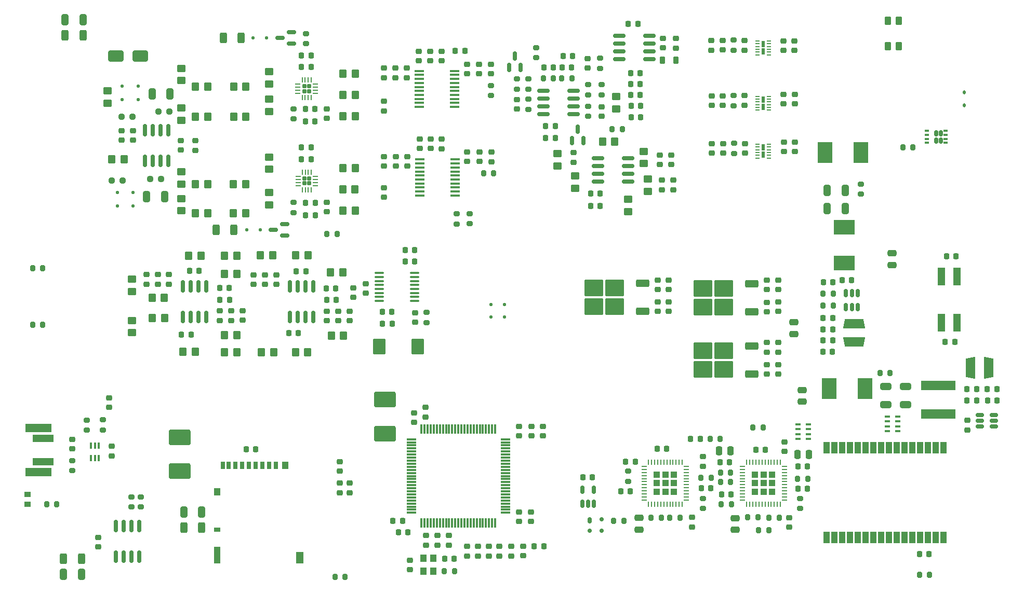
<source format=gtp>
%TF.GenerationSoftware,KiCad,Pcbnew,8.0.8*%
%TF.CreationDate,2025-02-17T12:12:57+01:00*%
%TF.ProjectId,AD DA module,41442044-4120-46d6-9f64-756c652e6b69,rev?*%
%TF.SameCoordinates,Original*%
%TF.FileFunction,Paste,Top*%
%TF.FilePolarity,Positive*%
%FSLAX46Y46*%
G04 Gerber Fmt 4.6, Leading zero omitted, Abs format (unit mm)*
G04 Created by KiCad (PCBNEW 8.0.8) date 2025-02-17 12:12:57*
%MOMM*%
%LPD*%
G01*
G04 APERTURE LIST*
G04 Aperture macros list*
%AMRoundRect*
0 Rectangle with rounded corners*
0 $1 Rounding radius*
0 $2 $3 $4 $5 $6 $7 $8 $9 X,Y pos of 4 corners*
0 Add a 4 corners polygon primitive as box body*
4,1,4,$2,$3,$4,$5,$6,$7,$8,$9,$2,$3,0*
0 Add four circle primitives for the rounded corners*
1,1,$1+$1,$2,$3*
1,1,$1+$1,$4,$5*
1,1,$1+$1,$6,$7*
1,1,$1+$1,$8,$9*
0 Add four rect primitives between the rounded corners*
20,1,$1+$1,$2,$3,$4,$5,0*
20,1,$1+$1,$4,$5,$6,$7,0*
20,1,$1+$1,$6,$7,$8,$9,0*
20,1,$1+$1,$8,$9,$2,$3,0*%
%AMOutline4P*
0 Free polygon, 4 corners , with rotation*
0 The origin of the aperture is its center*
0 number of corners: always 4*
0 $1 to $8 corner X, Y*
0 $9 Rotation angle, in degrees counterclockwise*
0 create outline with 4 corners*
4,1,4,$1,$2,$3,$4,$5,$6,$7,$8,$1,$2,$9*%
G04 Aperture macros list end*
%ADD10RoundRect,0.200000X-0.275000X0.200000X-0.275000X-0.200000X0.275000X-0.200000X0.275000X0.200000X0*%
%ADD11RoundRect,0.225000X0.225000X0.250000X-0.225000X0.250000X-0.225000X-0.250000X0.225000X-0.250000X0*%
%ADD12RoundRect,0.225000X0.250000X-0.225000X0.250000X0.225000X-0.250000X0.225000X-0.250000X-0.225000X0*%
%ADD13RoundRect,0.225000X-0.250000X0.225000X-0.250000X-0.225000X0.250000X-0.225000X0.250000X0.225000X0*%
%ADD14RoundRect,0.250000X0.350000X0.450000X-0.350000X0.450000X-0.350000X-0.450000X0.350000X-0.450000X0*%
%ADD15RoundRect,0.250000X-0.350000X-0.450000X0.350000X-0.450000X0.350000X0.450000X-0.350000X0.450000X0*%
%ADD16R,1.000000X0.900000*%
%ADD17RoundRect,0.200000X0.200000X0.275000X-0.200000X0.275000X-0.200000X-0.275000X0.200000X-0.275000X0*%
%ADD18RoundRect,0.225000X-0.225000X-0.250000X0.225000X-0.250000X0.225000X0.250000X-0.225000X0.250000X0*%
%ADD19R,1.200000X3.000000*%
%ADD20RoundRect,0.100000X-0.675000X-0.100000X0.675000X-0.100000X0.675000X0.100000X-0.675000X0.100000X0*%
%ADD21RoundRect,0.200000X0.275000X-0.200000X0.275000X0.200000X-0.275000X0.200000X-0.275000X-0.200000X0*%
%ADD22RoundRect,0.112500X-0.112500X0.187500X-0.112500X-0.187500X0.112500X-0.187500X0.112500X0.187500X0*%
%ADD23RoundRect,0.150000X0.150000X-0.587500X0.150000X0.587500X-0.150000X0.587500X-0.150000X-0.587500X0*%
%ADD24RoundRect,0.250000X-0.325000X-0.650000X0.325000X-0.650000X0.325000X0.650000X-0.325000X0.650000X0*%
%ADD25RoundRect,0.250000X-0.312500X-0.625000X0.312500X-0.625000X0.312500X0.625000X-0.312500X0.625000X0*%
%ADD26R,2.413000X3.429000*%
%ADD27RoundRect,0.250000X0.300000X-0.300000X0.300000X0.300000X-0.300000X0.300000X-0.300000X-0.300000X0*%
%ADD28RoundRect,0.062500X0.062500X-0.375000X0.062500X0.375000X-0.062500X0.375000X-0.062500X-0.375000X0*%
%ADD29RoundRect,0.062500X0.375000X-0.062500X0.375000X0.062500X-0.375000X0.062500X-0.375000X-0.062500X0*%
%ADD30RoundRect,0.250000X-0.450000X0.350000X-0.450000X-0.350000X0.450000X-0.350000X0.450000X0.350000X0*%
%ADD31RoundRect,0.250000X0.450000X-0.350000X0.450000X0.350000X-0.450000X0.350000X-0.450000X-0.350000X0*%
%ADD32RoundRect,0.172500X-0.172500X-0.172500X0.172500X-0.172500X0.172500X0.172500X-0.172500X0.172500X0*%
%ADD33RoundRect,0.062500X-0.375000X-0.062500X0.375000X-0.062500X0.375000X0.062500X-0.375000X0.062500X0*%
%ADD34RoundRect,0.062500X-0.062500X-0.375000X0.062500X-0.375000X0.062500X0.375000X-0.062500X0.375000X0*%
%ADD35RoundRect,0.200000X-0.200000X-0.275000X0.200000X-0.275000X0.200000X0.275000X-0.200000X0.275000X0*%
%ADD36RoundRect,0.150000X0.825000X0.150000X-0.825000X0.150000X-0.825000X-0.150000X0.825000X-0.150000X0*%
%ADD37RoundRect,0.250000X-0.475000X0.250000X-0.475000X-0.250000X0.475000X-0.250000X0.475000X0.250000X0*%
%ADD38RoundRect,0.218750X-0.218750X-0.256250X0.218750X-0.256250X0.218750X0.256250X-0.218750X0.256250X0*%
%ADD39RoundRect,0.150000X-0.150000X0.825000X-0.150000X-0.825000X0.150000X-0.825000X0.150000X0.825000X0*%
%ADD40Outline4P,-1.500000X-0.725000X1.500000X-0.725000X1.800000X0.725000X-1.800000X0.725000X90.000000*%
%ADD41Outline4P,-1.800000X-0.725000X1.800000X-0.725000X1.500000X0.725000X-1.500000X0.725000X90.000000*%
%ADD42RoundRect,0.218750X0.256250X-0.218750X0.256250X0.218750X-0.256250X0.218750X-0.256250X-0.218750X0*%
%ADD43RoundRect,0.237500X0.250000X0.237500X-0.250000X0.237500X-0.250000X-0.237500X0.250000X-0.237500X0*%
%ADD44RoundRect,0.100000X-0.637500X-0.100000X0.637500X-0.100000X0.637500X0.100000X-0.637500X0.100000X0*%
%ADD45RoundRect,0.250000X0.250000X0.475000X-0.250000X0.475000X-0.250000X-0.475000X0.250000X-0.475000X0*%
%ADD46RoundRect,0.250000X0.325000X0.650000X-0.325000X0.650000X-0.325000X-0.650000X0.325000X-0.650000X0*%
%ADD47RoundRect,0.249999X1.500001X-1.025001X1.500001X1.025001X-1.500001X1.025001X-1.500001X-1.025001X0*%
%ADD48R,0.500000X1.000000*%
%ADD49R,0.700000X0.250000*%
%ADD50RoundRect,0.250000X-0.250000X-0.475000X0.250000X-0.475000X0.250000X0.475000X-0.250000X0.475000X0*%
%ADD51RoundRect,0.125000X0.125000X-0.125000X0.125000X0.125000X-0.125000X0.125000X-0.125000X-0.125000X0*%
%ADD52R,5.700000X1.600000*%
%ADD53RoundRect,0.175000X-0.175000X-0.325000X0.175000X-0.325000X0.175000X0.325000X-0.175000X0.325000X0*%
%ADD54RoundRect,0.150000X-0.200000X-0.150000X0.200000X-0.150000X0.200000X0.150000X-0.200000X0.150000X0*%
%ADD55R,1.100000X1.300000*%
%ADD56R,0.700000X1.200000*%
%ADD57R,1.000000X0.800000*%
%ADD58R,1.000000X1.200000*%
%ADD59R,1.000000X2.800000*%
%ADD60R,1.300000X1.900000*%
%ADD61R,1.066800X1.879600*%
%ADD62RoundRect,0.218750X0.218750X0.256250X-0.218750X0.256250X-0.218750X-0.256250X0.218750X-0.256250X0*%
%ADD63RoundRect,0.125000X-0.125000X0.125000X-0.125000X-0.125000X0.125000X-0.125000X0.125000X0.125000X0*%
%ADD64RoundRect,0.218750X0.218750X0.381250X-0.218750X0.381250X-0.218750X-0.381250X0.218750X-0.381250X0*%
%ADD65RoundRect,0.125000X-0.125000X-0.125000X0.125000X-0.125000X0.125000X0.125000X-0.125000X0.125000X0*%
%ADD66RoundRect,0.250000X0.312500X0.625000X-0.312500X0.625000X-0.312500X-0.625000X0.312500X-0.625000X0*%
%ADD67RoundRect,0.150000X0.150000X-0.825000X0.150000X0.825000X-0.150000X0.825000X-0.150000X-0.825000X0*%
%ADD68R,3.429000X2.413000*%
%ADD69RoundRect,0.150000X0.587500X0.150000X-0.587500X0.150000X-0.587500X-0.150000X0.587500X-0.150000X0*%
%ADD70R,0.900000X0.400000*%
%ADD71RoundRect,0.150000X0.150000X-0.512500X0.150000X0.512500X-0.150000X0.512500X-0.150000X-0.512500X0*%
%ADD72R,0.400000X1.000000*%
%ADD73RoundRect,0.250000X0.850000X0.350000X-0.850000X0.350000X-0.850000X-0.350000X0.850000X-0.350000X0*%
%ADD74RoundRect,0.250000X1.275000X1.125000X-1.275000X1.125000X-1.275000X-1.125000X1.275000X-1.125000X0*%
%ADD75RoundRect,0.250000X0.262500X0.450000X-0.262500X0.450000X-0.262500X-0.450000X0.262500X-0.450000X0*%
%ADD76RoundRect,0.250000X-0.650000X0.325000X-0.650000X-0.325000X0.650000X-0.325000X0.650000X0.325000X0*%
%ADD77RoundRect,0.150000X-0.150000X-0.350000X0.150000X-0.350000X0.150000X0.350000X-0.150000X0.350000X0*%
%ADD78RoundRect,0.105000X-0.245000X-0.105000X0.245000X-0.105000X0.245000X0.105000X-0.245000X0.105000X0*%
%ADD79R,3.400000X1.250000*%
%ADD80R,4.300000X1.450000*%
%ADD81RoundRect,0.250000X0.787500X1.025000X-0.787500X1.025000X-0.787500X-1.025000X0.787500X-1.025000X0*%
%ADD82RoundRect,0.250000X1.000000X0.650000X-1.000000X0.650000X-1.000000X-0.650000X1.000000X-0.650000X0*%
%ADD83Outline4P,-1.500000X-0.725000X1.500000X-0.725000X1.800000X0.725000X-1.800000X0.725000X180.000000*%
%ADD84Outline4P,-1.800000X-0.725000X1.800000X-0.725000X1.500000X0.725000X-1.500000X0.725000X180.000000*%
%ADD85RoundRect,0.150000X0.512500X0.150000X-0.512500X0.150000X-0.512500X-0.150000X0.512500X-0.150000X0*%
%ADD86RoundRect,0.075000X0.075000X-0.725000X0.075000X0.725000X-0.075000X0.725000X-0.075000X-0.725000X0*%
%ADD87RoundRect,0.075000X0.725000X-0.075000X0.725000X0.075000X-0.725000X0.075000X-0.725000X-0.075000X0*%
G04 APERTURE END LIST*
D10*
X95250000Y-15345000D03*
X95250000Y-16995000D03*
D11*
X132895000Y-58940000D03*
X131345000Y-58940000D03*
D12*
X111760000Y-77610000D03*
X111760000Y-76060000D03*
D11*
X28360000Y-56125000D03*
X26810000Y-56125000D03*
D13*
X82460000Y-90685000D03*
X82460000Y-92235000D03*
D11*
X61115000Y-54340000D03*
X59565000Y-54340000D03*
D14*
X55130000Y-35910000D03*
X53130000Y-35910000D03*
D15*
X53100000Y-28910000D03*
X55100000Y-28910000D03*
D11*
X159665000Y-65050000D03*
X158115000Y-65050000D03*
D12*
X65610000Y-25735000D03*
X65610000Y-24185000D03*
D15*
X29060000Y-20550000D03*
X31060000Y-20550000D03*
D11*
X111335000Y-73150000D03*
X109785000Y-73150000D03*
X62805000Y-86560000D03*
X61255000Y-86560000D03*
D16*
X1700000Y-82200000D03*
X1700000Y-83800000D03*
D11*
X101165000Y-5410000D03*
X99615000Y-5410000D03*
D12*
X40405000Y-47910000D03*
X40405000Y-46360000D03*
X104395000Y-52357500D03*
X104395000Y-50807500D03*
D15*
X22005000Y-50135000D03*
X24005000Y-50135000D03*
D13*
X54810000Y-48485000D03*
X54810000Y-50035000D03*
D12*
X124060000Y-62555000D03*
X124060000Y-61005000D03*
D14*
X41835000Y-58975000D03*
X39835000Y-58975000D03*
D12*
X18865000Y-24370000D03*
X18865000Y-22820000D03*
D11*
X132905000Y-57080000D03*
X131355000Y-57080000D03*
D17*
X114575000Y-73160000D03*
X112925000Y-73160000D03*
D14*
X53210000Y-56310000D03*
X51210000Y-56310000D03*
D15*
X53080000Y-32410000D03*
X55080000Y-32410000D03*
D18*
X111493000Y-81153000D03*
X113043000Y-81153000D03*
D19*
X153180000Y-46660000D03*
X150680000Y-46660000D03*
X150680000Y-54160000D03*
X153180000Y-54160000D03*
D20*
X65540000Y-13100000D03*
X65540000Y-13750000D03*
X65540000Y-14400000D03*
X65540000Y-15050000D03*
X65540000Y-15700000D03*
X65540000Y-16350000D03*
X65540000Y-17000000D03*
X65540000Y-17650000D03*
X65540000Y-18300000D03*
X65540000Y-18950000D03*
X71290000Y-18950000D03*
X71290000Y-18300000D03*
X71290000Y-17650000D03*
X71290000Y-17000000D03*
X71290000Y-16350000D03*
X71290000Y-15700000D03*
X71290000Y-15050000D03*
X71290000Y-14400000D03*
X71290000Y-13750000D03*
X71290000Y-13100000D03*
D21*
X45060000Y-36205000D03*
X45060000Y-34555000D03*
D17*
X4195000Y-45260000D03*
X2545000Y-45260000D03*
D15*
X22025000Y-53385000D03*
X24025000Y-53385000D03*
D18*
X93495000Y-35090000D03*
X95045000Y-35090000D03*
D13*
X77220000Y-12025000D03*
X77220000Y-13575000D03*
D12*
X124990000Y-26235000D03*
X124990000Y-24685000D03*
D18*
X127241000Y-81280000D03*
X128791000Y-81280000D03*
D22*
X154340000Y-16580000D03*
X154340000Y-18680000D03*
D23*
X80200000Y-12547500D03*
X82100000Y-12547500D03*
X81150000Y-10672500D03*
D12*
X90720000Y-27975000D03*
X90720000Y-26425000D03*
D18*
X93495000Y-33100000D03*
X95045000Y-33100000D03*
D24*
X22000000Y-16850000D03*
X24950000Y-16850000D03*
X7796000Y-4699000D03*
X10746000Y-4699000D03*
D18*
X100015000Y-17010000D03*
X101565000Y-17010000D03*
D14*
X35825000Y-43255000D03*
X33825000Y-43255000D03*
D13*
X68540000Y-88925000D03*
X68540000Y-90475000D03*
X59830000Y-27082500D03*
X59830000Y-28632500D03*
D25*
X7808500Y-7239000D03*
X10733500Y-7239000D03*
D12*
X52325000Y-53830000D03*
X52325000Y-52280000D03*
D13*
X118565000Y-17135000D03*
X118565000Y-18685000D03*
D26*
X132368000Y-64910000D03*
X138210000Y-64910000D03*
D27*
X104285500Y-81749000D03*
X105655500Y-81749000D03*
X107025500Y-81749000D03*
X104285500Y-80379000D03*
X105655500Y-80379000D03*
X107025500Y-80379000D03*
X104285500Y-79009000D03*
X105655500Y-79009000D03*
X107025500Y-79009000D03*
D28*
X102905500Y-83816500D03*
X103405500Y-83816500D03*
X103905500Y-83816500D03*
X104405500Y-83816500D03*
X104905500Y-83816500D03*
X105405500Y-83816500D03*
X105905500Y-83816500D03*
X106405500Y-83816500D03*
X106905500Y-83816500D03*
X107405500Y-83816500D03*
X107905500Y-83816500D03*
X108405500Y-83816500D03*
D29*
X109093000Y-83129000D03*
X109093000Y-82629000D03*
X109093000Y-82129000D03*
X109093000Y-81629000D03*
X109093000Y-81129000D03*
X109093000Y-80629000D03*
X109093000Y-80129000D03*
X109093000Y-79629000D03*
X109093000Y-79129000D03*
X109093000Y-78629000D03*
X109093000Y-78129000D03*
X109093000Y-77629000D03*
D28*
X108405500Y-76941500D03*
X107905500Y-76941500D03*
X107405500Y-76941500D03*
X106905500Y-76941500D03*
X106405500Y-76941500D03*
X105905500Y-76941500D03*
X105405500Y-76941500D03*
X104905500Y-76941500D03*
X104405500Y-76941500D03*
X103905500Y-76941500D03*
X103405500Y-76941500D03*
X102905500Y-76941500D03*
D29*
X102218000Y-77629000D03*
X102218000Y-78129000D03*
X102218000Y-78629000D03*
X102218000Y-79129000D03*
X102218000Y-79629000D03*
X102218000Y-80129000D03*
X102218000Y-80629000D03*
X102218000Y-81129000D03*
X102218000Y-81629000D03*
X102218000Y-82129000D03*
X102218000Y-82629000D03*
X102218000Y-83129000D03*
D18*
X154825000Y-66900000D03*
X156375000Y-66900000D03*
D12*
X9030000Y-74755000D03*
X9030000Y-73205000D03*
D11*
X148603000Y-91948000D03*
X147053000Y-91948000D03*
D17*
X124205000Y-85990000D03*
X122555000Y-85990000D03*
D13*
X85680000Y-71085000D03*
X85680000Y-72635000D03*
X77320000Y-26365000D03*
X77320000Y-27915000D03*
D12*
X24775000Y-47890000D03*
X24775000Y-46340000D03*
D30*
X102150000Y-26200000D03*
X102150000Y-28200000D03*
D17*
X122491000Y-88011000D03*
X120841000Y-88011000D03*
D12*
X124905000Y-9735000D03*
X124905000Y-8185000D03*
D13*
X109982000Y-85966000D03*
X109982000Y-87516000D03*
X122230000Y-61025000D03*
X122230000Y-62575000D03*
D12*
X104740000Y-28355000D03*
X104740000Y-26805000D03*
D31*
X41080000Y-19710000D03*
X41080000Y-17710000D03*
D14*
X47395000Y-43155000D03*
X45395000Y-43155000D03*
D32*
X46822500Y-30640000D03*
X46822500Y-31440000D03*
X47622500Y-30640000D03*
X47622500Y-31440000D03*
D33*
X45785000Y-30290000D03*
X45785000Y-30790000D03*
X45785000Y-31290000D03*
X45785000Y-31790000D03*
D34*
X46472500Y-32477500D03*
X46972500Y-32477500D03*
X47472500Y-32477500D03*
X47972500Y-32477500D03*
D33*
X48660000Y-31790000D03*
X48660000Y-31290000D03*
X48660000Y-30790000D03*
X48660000Y-30290000D03*
D34*
X47972500Y-29602500D03*
X47472500Y-29602500D03*
X46972500Y-29602500D03*
X46472500Y-29602500D03*
D35*
X111443000Y-79502000D03*
X113093000Y-79502000D03*
D15*
X53125000Y-17010000D03*
X55125000Y-17010000D03*
D17*
X108013000Y-85979000D03*
X106363000Y-85979000D03*
D36*
X103080000Y-11180000D03*
X103080000Y-9910000D03*
X103080000Y-8640000D03*
X103080000Y-7370000D03*
X98130000Y-7370000D03*
X98130000Y-8640000D03*
X98130000Y-9910000D03*
X98130000Y-11180000D03*
D11*
X100755000Y-76870000D03*
X99205000Y-76870000D03*
D13*
X122210000Y-47245000D03*
X122210000Y-48795000D03*
D36*
X90695000Y-20150000D03*
X90695000Y-18880000D03*
X90695000Y-17610000D03*
X90695000Y-16340000D03*
X85745000Y-16340000D03*
X85745000Y-17610000D03*
X85745000Y-18880000D03*
X85745000Y-20150000D03*
D37*
X117070000Y-86080000D03*
X117070000Y-87980000D03*
D15*
X35290000Y-15640000D03*
X37290000Y-15640000D03*
D38*
X84282500Y-90650000D03*
X85857500Y-90650000D03*
D23*
X90420000Y-24487500D03*
X92320000Y-24487500D03*
X91370000Y-22612500D03*
D30*
X90990000Y-30260000D03*
X90990000Y-32260000D03*
X99590000Y-34040000D03*
X99590000Y-36040000D03*
D14*
X55125000Y-20510000D03*
X53125000Y-20510000D03*
D20*
X65610000Y-27550000D03*
X65610000Y-28200000D03*
X65610000Y-28850000D03*
X65610000Y-29500000D03*
X65610000Y-30150000D03*
X65610000Y-30800000D03*
X65610000Y-31450000D03*
X65610000Y-32100000D03*
X65610000Y-32750000D03*
X65610000Y-33400000D03*
X71360000Y-33400000D03*
X71360000Y-32750000D03*
X71360000Y-32100000D03*
X71360000Y-31450000D03*
X71360000Y-30800000D03*
X71360000Y-30150000D03*
X71360000Y-29500000D03*
X71360000Y-28850000D03*
X71360000Y-28200000D03*
X71360000Y-27550000D03*
D13*
X13270000Y-89205000D03*
X13270000Y-90755000D03*
D39*
X24695000Y-22805000D03*
X23425000Y-22805000D03*
X22155000Y-22805000D03*
X20885000Y-22805000D03*
X20885000Y-27755000D03*
X22155000Y-27755000D03*
X23425000Y-27755000D03*
X24695000Y-27755000D03*
D40*
X158305000Y-61560000D03*
D41*
X155355000Y-61560000D03*
D42*
X15030000Y-68007500D03*
X15030000Y-66432500D03*
D10*
X99630000Y-78435000D03*
X99630000Y-80085000D03*
D18*
X46970000Y-21320000D03*
X48520000Y-21320000D03*
D12*
X69210000Y-25775000D03*
X69210000Y-24225000D03*
D13*
X26680000Y-24435000D03*
X26680000Y-25985000D03*
D25*
X27177500Y-87640000D03*
X30102500Y-87640000D03*
D43*
X17212500Y-31020000D03*
X15387500Y-31020000D03*
D12*
X124050000Y-52355000D03*
X124050000Y-50805000D03*
D10*
X137560000Y-31555000D03*
X137560000Y-33205000D03*
D11*
X47910000Y-12440000D03*
X46360000Y-12440000D03*
D13*
X126730000Y-16885000D03*
X126730000Y-18435000D03*
D30*
X26750000Y-12660000D03*
X26750000Y-14660000D03*
D14*
X29960000Y-43250000D03*
X27960000Y-43250000D03*
D44*
X59035000Y-46065000D03*
X59035000Y-46715000D03*
X59035000Y-47365000D03*
X59035000Y-48015000D03*
X59035000Y-48665000D03*
X59035000Y-49315000D03*
X59035000Y-49965000D03*
X59035000Y-50615000D03*
X64760000Y-50615000D03*
X64760000Y-49965000D03*
X64760000Y-49315000D03*
X64760000Y-48665000D03*
X64760000Y-48015000D03*
X64760000Y-47365000D03*
X64760000Y-46715000D03*
X64760000Y-46065000D03*
D10*
X93030000Y-15325000D03*
X93030000Y-16975000D03*
D45*
X116266000Y-75057000D03*
X114366000Y-75057000D03*
D21*
X45055000Y-20925000D03*
X45055000Y-19275000D03*
D46*
X134955000Y-32620000D03*
X132005000Y-32620000D03*
D12*
X54165000Y-53830000D03*
X54165000Y-52280000D03*
D15*
X29070000Y-36340000D03*
X31070000Y-36340000D03*
D12*
X61710000Y-28632500D03*
X61710000Y-27082500D03*
D11*
X47070000Y-45815000D03*
X45520000Y-45815000D03*
D13*
X113150000Y-8140000D03*
X113150000Y-9690000D03*
D12*
X113240000Y-26525000D03*
X113240000Y-24975000D03*
D47*
X26500000Y-78425000D03*
X26500000Y-72875000D03*
D13*
X118610000Y-24965000D03*
X118610000Y-26515000D03*
X59820000Y-12632500D03*
X59820000Y-14182500D03*
X64895000Y-52540000D03*
X64895000Y-54090000D03*
D48*
X121625000Y-9925000D03*
X121625000Y-8725000D03*
D49*
X122550000Y-10450000D03*
X122550000Y-10000000D03*
X122550000Y-9550000D03*
X122550000Y-9100000D03*
X122550000Y-8650000D03*
X122550000Y-8200000D03*
X120700000Y-8200000D03*
X120700000Y-8650000D03*
X120700000Y-9100000D03*
X120700000Y-9550000D03*
X120700000Y-10000000D03*
X120700000Y-10450000D03*
D15*
X35270000Y-36340000D03*
X37270000Y-36340000D03*
D12*
X124040000Y-48785000D03*
X124040000Y-47235000D03*
D11*
X132925000Y-53400000D03*
X131375000Y-53400000D03*
D37*
X127930000Y-65160000D03*
X127930000Y-67060000D03*
D24*
X7542000Y-95250000D03*
X10492000Y-95250000D03*
D12*
X124930000Y-18435000D03*
X124930000Y-16885000D03*
D50*
X127193000Y-75692000D03*
X129093000Y-75692000D03*
D35*
X69655000Y-94760000D03*
X71305000Y-94760000D03*
D18*
X131435000Y-47540000D03*
X132985000Y-47540000D03*
D30*
X102800000Y-30760000D03*
X102800000Y-32760000D03*
D13*
X50455000Y-19275000D03*
X50455000Y-20825000D03*
D10*
X95040000Y-11025000D03*
X95040000Y-12675000D03*
D12*
X81780000Y-72635000D03*
X81780000Y-71085000D03*
D11*
X51990000Y-50435000D03*
X50440000Y-50435000D03*
D51*
X17140000Y-17787500D03*
X17140000Y-15587500D03*
D12*
X114967500Y-9685000D03*
X114967500Y-8135000D03*
D13*
X78600000Y-90695000D03*
X78600000Y-92245000D03*
D17*
X146025000Y-25570000D03*
X144375000Y-25570000D03*
D11*
X38875000Y-74803000D03*
X37325000Y-74803000D03*
D52*
X150130000Y-64420000D03*
X150130000Y-69120000D03*
D12*
X69200000Y-11412500D03*
X69200000Y-9862500D03*
D13*
X73320000Y-11985000D03*
X73320000Y-13535000D03*
D53*
X93300000Y-86430000D03*
D54*
X93300000Y-88130000D03*
X95300000Y-88130000D03*
X95300000Y-86230000D03*
D55*
X66212500Y-92610000D03*
X66212500Y-94710000D03*
X67862500Y-94710000D03*
X67862500Y-92610000D03*
D12*
X36775000Y-53790000D03*
X36775000Y-52240000D03*
X106930000Y-32485000D03*
X106930000Y-30935000D03*
D13*
X105050000Y-30935000D03*
X105050000Y-32485000D03*
D35*
X119945000Y-71250000D03*
X121595000Y-71250000D03*
D12*
X42235000Y-47910000D03*
X42235000Y-46360000D03*
D11*
X101615000Y-20670000D03*
X100065000Y-20670000D03*
D12*
X38565000Y-47910000D03*
X38565000Y-46360000D03*
X106205000Y-48767500D03*
X106205000Y-47217500D03*
D10*
X93030000Y-18835000D03*
X93030000Y-20485000D03*
D56*
X42195000Y-77470000D03*
X41095000Y-77470000D03*
X39995000Y-77470000D03*
X38895000Y-77470000D03*
X37795000Y-77470000D03*
X36695000Y-77470000D03*
X35595000Y-77470000D03*
X34495000Y-77470000D03*
X33545000Y-77470000D03*
D57*
X32595000Y-87970000D03*
D58*
X32595000Y-81770000D03*
D59*
X32595000Y-92120000D03*
D58*
X43745000Y-77470000D03*
D60*
X46095000Y-92570000D03*
D17*
X4195000Y-54550000D03*
X2545000Y-54550000D03*
D11*
X87705000Y-22090000D03*
X86155000Y-22090000D03*
X90515000Y-10640000D03*
X88965000Y-10640000D03*
D12*
X115070000Y-26515000D03*
X115070000Y-24965000D03*
D31*
X41080000Y-15224000D03*
X41080000Y-13224000D03*
D37*
X142640000Y-42860000D03*
X142640000Y-44760000D03*
D15*
X35310000Y-20570000D03*
X37310000Y-20570000D03*
D12*
X59820000Y-19605000D03*
X59820000Y-18055000D03*
D48*
X121635000Y-26775000D03*
X121635000Y-25575000D03*
D49*
X122560000Y-27300000D03*
X122560000Y-26850000D03*
X122560000Y-26400000D03*
X122560000Y-25950000D03*
X122560000Y-25500000D03*
X122560000Y-25050000D03*
X120710000Y-25050000D03*
X120710000Y-25500000D03*
X120710000Y-25950000D03*
X120710000Y-26400000D03*
X120710000Y-26850000D03*
X120710000Y-27300000D03*
D61*
X151003000Y-74549000D03*
X149733000Y-74549000D03*
X148463000Y-74549000D03*
X147193000Y-74549000D03*
X145923000Y-74549000D03*
X144653000Y-74549000D03*
X143383000Y-74549000D03*
X142113000Y-74549000D03*
X140843000Y-74549000D03*
X139573000Y-74549000D03*
X138303000Y-74549000D03*
X137033000Y-74549000D03*
X135763000Y-74549000D03*
X134493000Y-74549000D03*
X133223000Y-74549000D03*
X131953000Y-74549000D03*
X131953000Y-89189052D03*
X133223000Y-89189052D03*
X134493000Y-89189052D03*
X135763000Y-89189052D03*
X137033000Y-89189052D03*
X138303000Y-89189052D03*
X139573000Y-89189052D03*
X140843000Y-89189052D03*
X142113000Y-89189052D03*
X143383000Y-89189052D03*
X144653000Y-89189052D03*
X145923000Y-89189052D03*
X147193000Y-89189052D03*
X148463000Y-89189052D03*
X149733000Y-89189052D03*
X151003000Y-89189052D03*
D13*
X75380000Y-26335000D03*
X75380000Y-27885000D03*
D37*
X126570000Y-54120000D03*
X126570000Y-56020000D03*
D14*
X35795000Y-58965000D03*
X33795000Y-58965000D03*
D35*
X50505000Y-39710000D03*
X52155000Y-39710000D03*
D26*
X131639000Y-26430000D03*
X137481000Y-26430000D03*
D62*
X72977500Y-9850000D03*
X71402500Y-9850000D03*
D18*
X99995000Y-13460000D03*
X101545000Y-13460000D03*
D13*
X50490000Y-34545000D03*
X50490000Y-36095000D03*
D63*
X19730000Y-15610000D03*
X19730000Y-17810000D03*
D11*
X48530000Y-19320000D03*
X46980000Y-19320000D03*
D18*
X100005000Y-15245000D03*
X101555000Y-15245000D03*
D12*
X81470000Y-19325000D03*
X81470000Y-17775000D03*
D11*
X152810000Y-57320000D03*
X151260000Y-57320000D03*
D64*
X107342500Y-11300000D03*
X105217500Y-11300000D03*
D13*
X66610000Y-68005000D03*
X66610000Y-69555000D03*
D12*
X65470000Y-11412500D03*
X65470000Y-9862500D03*
D11*
X136035000Y-47250000D03*
X134485000Y-47250000D03*
D65*
X77259000Y-51181000D03*
X79459000Y-51181000D03*
D15*
X35280000Y-31580000D03*
X37280000Y-31580000D03*
D12*
X105220000Y-9335000D03*
X105220000Y-7785000D03*
X107350000Y-9355000D03*
X107350000Y-7805000D03*
D13*
X126767500Y-24695000D03*
X126767500Y-26245000D03*
D17*
X87395000Y-14320000D03*
X85745000Y-14320000D03*
D66*
X35342500Y-39010000D03*
X32417500Y-39010000D03*
D67*
X44475000Y-53240000D03*
X45745000Y-53240000D03*
X47015000Y-53240000D03*
X48285000Y-53240000D03*
X48285000Y-48290000D03*
X47015000Y-48290000D03*
X45745000Y-48290000D03*
X44475000Y-48290000D03*
D11*
X121933000Y-74930000D03*
X120383000Y-74930000D03*
D68*
X134830000Y-38559000D03*
X134830000Y-44401000D03*
D51*
X18870000Y-35117500D03*
X18870000Y-32917500D03*
D13*
X125040000Y-73645000D03*
X125040000Y-75195000D03*
D48*
X121632500Y-18952500D03*
X121632500Y-17752500D03*
D49*
X122557500Y-19477500D03*
X122557500Y-19027500D03*
X122557500Y-18577500D03*
X122557500Y-18127500D03*
X122557500Y-17677500D03*
X122557500Y-17227500D03*
X120707500Y-17227500D03*
X120707500Y-17677500D03*
X120707500Y-18127500D03*
X120707500Y-18577500D03*
X120707500Y-19027500D03*
X120707500Y-19477500D03*
D12*
X92990000Y-12625000D03*
X92990000Y-11075000D03*
X61650000Y-14182500D03*
X61650000Y-12632500D03*
D69*
X43617500Y-39960000D03*
X43617500Y-38060000D03*
X41742500Y-39010000D03*
D70*
X128960000Y-73160000D03*
X128960000Y-72360000D03*
X128960000Y-71560000D03*
X128960000Y-70760000D03*
X127260000Y-70760000D03*
X127260000Y-71560000D03*
X127260000Y-72360000D03*
X127260000Y-73160000D03*
D10*
X73730000Y-36395000D03*
X73730000Y-38045000D03*
D12*
X63520000Y-14182500D03*
X63520000Y-12632500D03*
D17*
X116268000Y-80137000D03*
X114618000Y-80137000D03*
D12*
X76860000Y-92245000D03*
X76860000Y-90695000D03*
X22945000Y-47890000D03*
X22945000Y-46340000D03*
D13*
X118547500Y-8145000D03*
X118547500Y-9695000D03*
D18*
X47045000Y-36690000D03*
X48595000Y-36690000D03*
D13*
X56860000Y-47815000D03*
X56860000Y-49365000D03*
D35*
X140615000Y-62360000D03*
X142265000Y-62360000D03*
D12*
X80540000Y-92245000D03*
X80540000Y-90695000D03*
D10*
X18680000Y-82615000D03*
X18680000Y-84265000D03*
X71690000Y-36405000D03*
X71690000Y-38055000D03*
D14*
X29020000Y-58920000D03*
X27020000Y-58920000D03*
D18*
X154825000Y-65050000D03*
X156375000Y-65050000D03*
D11*
X29640000Y-45735000D03*
X28090000Y-45735000D03*
D71*
X92120000Y-83747500D03*
X93070000Y-83747500D03*
X94020000Y-83747500D03*
X94020000Y-81472500D03*
X92120000Y-81472500D03*
D18*
X63270000Y-42325000D03*
X64820000Y-42325000D03*
D12*
X64730000Y-70455000D03*
X64730000Y-68905000D03*
X124050000Y-58985000D03*
X124050000Y-57435000D03*
D13*
X17035000Y-22815000D03*
X17035000Y-24365000D03*
D11*
X63705000Y-88360000D03*
X62155000Y-88360000D03*
D12*
X73330000Y-92245000D03*
X73330000Y-90695000D03*
D10*
X83310000Y-17725000D03*
X83310000Y-19375000D03*
D35*
X147055000Y-95360000D03*
X148705000Y-95360000D03*
D17*
X53485000Y-95630000D03*
X51835000Y-95630000D03*
D18*
X46350000Y-10590000D03*
X47900000Y-10590000D03*
D36*
X99595000Y-31180000D03*
X99595000Y-29910000D03*
X99595000Y-28640000D03*
X99595000Y-27370000D03*
X94645000Y-27370000D03*
X94645000Y-28640000D03*
X94645000Y-29910000D03*
X94645000Y-31180000D03*
D13*
X70410000Y-88915000D03*
X70410000Y-90465000D03*
D15*
X53125000Y-13510000D03*
X55125000Y-13510000D03*
D14*
X53110000Y-45940000D03*
X51110000Y-45940000D03*
D11*
X34630000Y-50415000D03*
X33080000Y-50415000D03*
D72*
X12040000Y-76280000D03*
X12690000Y-76280000D03*
X13340000Y-76280000D03*
X13340000Y-74280000D03*
X12690000Y-74280000D03*
X12040000Y-74280000D03*
D21*
X11400000Y-71725000D03*
X11400000Y-70075000D03*
D71*
X135100000Y-51642500D03*
X136050000Y-51642500D03*
X137000000Y-51642500D03*
X137000000Y-49367500D03*
X136050000Y-49367500D03*
X135100000Y-49367500D03*
D11*
X48585000Y-34600000D03*
X47035000Y-34600000D03*
X47900000Y-27470000D03*
X46350000Y-27470000D03*
D21*
X9030000Y-78330000D03*
X9030000Y-76680000D03*
D73*
X119770000Y-52367500D03*
D74*
X115145000Y-51612500D03*
X115145000Y-48562500D03*
X111795000Y-51612500D03*
X111795000Y-48562500D03*
D73*
X119770000Y-47807500D03*
X101990000Y-52337500D03*
D74*
X97365000Y-51582500D03*
X97365000Y-48532500D03*
X94015000Y-51582500D03*
X94015000Y-48532500D03*
D73*
X101990000Y-47777500D03*
D30*
X18725000Y-47075000D03*
X18725000Y-49075000D03*
D12*
X83830000Y-72635000D03*
X83830000Y-71085000D03*
X67390000Y-25755000D03*
X67390000Y-24205000D03*
D11*
X116358000Y-82169000D03*
X114808000Y-82169000D03*
D21*
X77220000Y-17105000D03*
X77220000Y-15455000D03*
D12*
X113222500Y-18732500D03*
X113222500Y-17182500D03*
D18*
X88835000Y-12530000D03*
X90385000Y-12530000D03*
D13*
X106650000Y-26835000D03*
X106650000Y-28385000D03*
D10*
X116900000Y-24915000D03*
X116900000Y-26565000D03*
D14*
X47375000Y-58975000D03*
X45375000Y-58975000D03*
D11*
X116091000Y-76962000D03*
X114541000Y-76962000D03*
D12*
X52559000Y-81925000D03*
X52559000Y-80375000D03*
D75*
X143722500Y-4920000D03*
X141897500Y-4920000D03*
D11*
X71255000Y-92690000D03*
X69705000Y-92690000D03*
D13*
X73330000Y-26335000D03*
X73330000Y-27885000D03*
D35*
X127191000Y-79629000D03*
X128841000Y-79629000D03*
D13*
X64027500Y-92915000D03*
X64027500Y-94465000D03*
D17*
X98635000Y-22570000D03*
X96985000Y-22570000D03*
D75*
X143712500Y-9010000D03*
X141887500Y-9010000D03*
D35*
X131375000Y-49450000D03*
X133025000Y-49450000D03*
D11*
X132905000Y-55240000D03*
X131355000Y-55240000D03*
D12*
X54210000Y-81925000D03*
X54210000Y-80375000D03*
X21105000Y-47880000D03*
X21105000Y-46330000D03*
D10*
X116765000Y-8075000D03*
X116765000Y-9725000D03*
D17*
X98905000Y-86560000D03*
X97255000Y-86560000D03*
D11*
X51960000Y-48555000D03*
X50410000Y-48555000D03*
D15*
X29060000Y-15680000D03*
X31060000Y-15680000D03*
D14*
X35795000Y-56175000D03*
X33795000Y-56175000D03*
D25*
X7554500Y-92710000D03*
X10479500Y-92710000D03*
D67*
X27030000Y-53220000D03*
X28300000Y-53220000D03*
X29570000Y-53220000D03*
X30840000Y-53220000D03*
X30840000Y-48270000D03*
X29570000Y-48270000D03*
X28300000Y-48270000D03*
X27030000Y-48270000D03*
D76*
X141560000Y-64565000D03*
X141560000Y-67515000D03*
D13*
X122230000Y-50835000D03*
X122230000Y-52385000D03*
D37*
X101346000Y-86045000D03*
X101346000Y-87945000D03*
D13*
X15430000Y-74365000D03*
X15430000Y-75915000D03*
D10*
X83310000Y-14405000D03*
X83310000Y-16055000D03*
D24*
X21110000Y-33580000D03*
X24060000Y-33580000D03*
D12*
X34935000Y-53800000D03*
X34935000Y-52250000D03*
D13*
X106205000Y-50797500D03*
X106205000Y-52347500D03*
D11*
X93745000Y-79400000D03*
X92195000Y-79400000D03*
D21*
X14030000Y-71685000D03*
X14030000Y-70035000D03*
D65*
X37480000Y-39010000D03*
X39680000Y-39010000D03*
D30*
X88070000Y-26590000D03*
X88070000Y-28590000D03*
D10*
X111760000Y-82868000D03*
X111760000Y-84518000D03*
D11*
X61095000Y-52380000D03*
X59545000Y-52380000D03*
D63*
X16380000Y-32940000D03*
X16380000Y-35140000D03*
D17*
X77685000Y-29820000D03*
X76035000Y-29820000D03*
D13*
X104415000Y-47217500D03*
X104415000Y-48767500D03*
D30*
X26760000Y-33930000D03*
X26760000Y-35930000D03*
D43*
X23497500Y-30750000D03*
X21672500Y-30750000D03*
D17*
X120725000Y-85970000D03*
X119075000Y-85970000D03*
D12*
X126670000Y-9735000D03*
X126670000Y-8185000D03*
D24*
X27165000Y-85100000D03*
X30115000Y-85100000D03*
D77*
X149820000Y-23300000D03*
X149820000Y-24430000D03*
X150530000Y-23300000D03*
X150530000Y-24430000D03*
D78*
X151300000Y-22890000D03*
X151300000Y-23540000D03*
X151300000Y-24190000D03*
X151300000Y-24840000D03*
X148300000Y-22890000D03*
X148300000Y-23540000D03*
X148300000Y-24190000D03*
X148300000Y-24840000D03*
D12*
X75080000Y-92245000D03*
X75080000Y-90695000D03*
D10*
X84560000Y-9295000D03*
X84560000Y-10945000D03*
D70*
X141840000Y-69490000D03*
X141840000Y-70290000D03*
X141840000Y-71090000D03*
X141840000Y-71890000D03*
X143540000Y-71890000D03*
X143540000Y-71090000D03*
X143540000Y-70290000D03*
X143540000Y-69490000D03*
D12*
X50455000Y-53830000D03*
X50455000Y-52280000D03*
X114982500Y-18737500D03*
X114982500Y-17187500D03*
D13*
X122200000Y-57435000D03*
X122200000Y-58985000D03*
D18*
X127241000Y-77597000D03*
X128791000Y-77597000D03*
D14*
X41655000Y-43155000D03*
X39655000Y-43155000D03*
D35*
X88785000Y-14320000D03*
X90435000Y-14320000D03*
D65*
X77259000Y-53213000D03*
X79459000Y-53213000D03*
D31*
X41080000Y-34940000D03*
X41080000Y-32940000D03*
D11*
X34600000Y-48545000D03*
X33050000Y-48545000D03*
D73*
X119770000Y-62557500D03*
D74*
X115145000Y-61802500D03*
X115145000Y-58752500D03*
X111795000Y-61802500D03*
X111795000Y-58752500D03*
D73*
X119770000Y-57997500D03*
D18*
X100065000Y-18810000D03*
X101615000Y-18810000D03*
D66*
X36542500Y-7710000D03*
X33617500Y-7710000D03*
D31*
X41100000Y-29150000D03*
X41100000Y-27150000D03*
D11*
X153005000Y-43360000D03*
X151455000Y-43360000D03*
D30*
X26750000Y-19160000D03*
X26750000Y-21160000D03*
D32*
X46810000Y-15592500D03*
X46810000Y-16392500D03*
X47610000Y-15592500D03*
X47610000Y-16392500D03*
D33*
X45772500Y-15242500D03*
X45772500Y-15742500D03*
X45772500Y-16242500D03*
X45772500Y-16742500D03*
D34*
X46460000Y-17430000D03*
X46960000Y-17430000D03*
X47460000Y-17430000D03*
X47960000Y-17430000D03*
D33*
X48647500Y-16742500D03*
X48647500Y-16242500D03*
X48647500Y-15742500D03*
X48647500Y-15242500D03*
D34*
X47960000Y-14555000D03*
X47460000Y-14555000D03*
X46960000Y-14555000D03*
X46460000Y-14555000D03*
D15*
X29070000Y-31580000D03*
X31070000Y-31580000D03*
D12*
X95250000Y-20495000D03*
X95250000Y-18945000D03*
D79*
X4220000Y-73090000D03*
X4220000Y-76840000D03*
D80*
X3470000Y-71340000D03*
X3470000Y-78590000D03*
D13*
X154887500Y-70115000D03*
X154887500Y-71665000D03*
D10*
X127635000Y-82868000D03*
X127635000Y-84518000D03*
D13*
X75260000Y-12005000D03*
X75260000Y-13555000D03*
D10*
X81460000Y-14405000D03*
X81460000Y-16055000D03*
D17*
X133015000Y-51380000D03*
X131365000Y-51380000D03*
D13*
X81835000Y-85085000D03*
X81835000Y-86635000D03*
D30*
X97680000Y-17285000D03*
X97680000Y-19285000D03*
D31*
X18695000Y-55815000D03*
X18695000Y-53815000D03*
D81*
X65282500Y-58110000D03*
X59057500Y-58110000D03*
D11*
X159685000Y-66910000D03*
X158135000Y-66910000D03*
D30*
X14720000Y-16350000D03*
X14720000Y-18350000D03*
D13*
X83785000Y-85085000D03*
X83785000Y-86635000D03*
D10*
X20193000Y-82595000D03*
X20193000Y-84245000D03*
D11*
X105885000Y-74790000D03*
X104335000Y-74790000D03*
D46*
X134965000Y-35570000D03*
X132015000Y-35570000D03*
D65*
X38480000Y-7710000D03*
X40680000Y-7710000D03*
D11*
X99962000Y-81660000D03*
X98412000Y-81660000D03*
D12*
X59830000Y-33705000D03*
X59830000Y-32155000D03*
D18*
X86155000Y-24030000D03*
X87705000Y-24030000D03*
X63280000Y-44195000D03*
X64830000Y-44195000D03*
D13*
X125840000Y-85995000D03*
X125840000Y-87545000D03*
D11*
X45810000Y-55865000D03*
X44260000Y-55865000D03*
D13*
X66670000Y-88925000D03*
X66670000Y-90475000D03*
D14*
X35825000Y-46205000D03*
X33825000Y-46205000D03*
D15*
X95420000Y-24600000D03*
X97420000Y-24600000D03*
D14*
X17460000Y-27490000D03*
X15460000Y-27490000D03*
D17*
X104965000Y-85979000D03*
X103315000Y-85979000D03*
D82*
X20100000Y-10630000D03*
X16100000Y-10630000D03*
D43*
X24842500Y-19710000D03*
X23017500Y-19710000D03*
D12*
X52560000Y-78435000D03*
X52560000Y-76885000D03*
X63590000Y-28632500D03*
X63590000Y-27082500D03*
D18*
X85865000Y-12530000D03*
X87415000Y-12530000D03*
D83*
X136380000Y-54345000D03*
D84*
X136380000Y-57295000D03*
D17*
X116395000Y-83820000D03*
X114745000Y-83820000D03*
D69*
X44755000Y-8660000D03*
X44755000Y-6760000D03*
X42880000Y-7710000D03*
D10*
X116782500Y-17112500D03*
X116782500Y-18762500D03*
D27*
X120287500Y-81749000D03*
X121657500Y-81749000D03*
X123027500Y-81749000D03*
X120287500Y-80379000D03*
X121657500Y-80379000D03*
X123027500Y-80379000D03*
X120287500Y-79009000D03*
X121657500Y-79009000D03*
X123027500Y-79009000D03*
D28*
X118907500Y-83816500D03*
X119407500Y-83816500D03*
X119907500Y-83816500D03*
X120407500Y-83816500D03*
X120907500Y-83816500D03*
X121407500Y-83816500D03*
X121907500Y-83816500D03*
X122407500Y-83816500D03*
X122907500Y-83816500D03*
X123407500Y-83816500D03*
X123907500Y-83816500D03*
X124407500Y-83816500D03*
D29*
X125095000Y-83129000D03*
X125095000Y-82629000D03*
X125095000Y-82129000D03*
X125095000Y-81629000D03*
X125095000Y-81129000D03*
X125095000Y-80629000D03*
X125095000Y-80129000D03*
X125095000Y-79629000D03*
X125095000Y-79129000D03*
X125095000Y-78629000D03*
X125095000Y-78129000D03*
X125095000Y-77629000D03*
D28*
X124407500Y-76941500D03*
X123907500Y-76941500D03*
X123407500Y-76941500D03*
X122907500Y-76941500D03*
X122407500Y-76941500D03*
X121907500Y-76941500D03*
X121407500Y-76941500D03*
X120907500Y-76941500D03*
X120407500Y-76941500D03*
X119907500Y-76941500D03*
X119407500Y-76941500D03*
X118907500Y-76941500D03*
D29*
X118220000Y-77629000D03*
X118220000Y-78129000D03*
X118220000Y-78629000D03*
X118220000Y-79129000D03*
X118220000Y-79629000D03*
X118220000Y-80129000D03*
X118220000Y-80629000D03*
X118220000Y-81129000D03*
X118220000Y-81629000D03*
X118220000Y-82129000D03*
X118220000Y-82629000D03*
X118220000Y-83129000D03*
D67*
X16115000Y-92335000D03*
X17385000Y-92335000D03*
X18655000Y-92335000D03*
X19925000Y-92335000D03*
X19925000Y-87385000D03*
X18655000Y-87385000D03*
X17385000Y-87385000D03*
X16115000Y-87385000D03*
D17*
X6485000Y-83820000D03*
X4835000Y-83820000D03*
D12*
X67340000Y-11412500D03*
X67340000Y-9862500D03*
D17*
X116268000Y-78613000D03*
X114618000Y-78613000D03*
D76*
X144780000Y-64585000D03*
X144780000Y-67535000D03*
D85*
X159217500Y-71110000D03*
X159217500Y-70160000D03*
X159217500Y-69210000D03*
X156942500Y-69210000D03*
X156942500Y-70160000D03*
X156942500Y-71110000D03*
D86*
X65920000Y-86875000D03*
X66420000Y-86875000D03*
X66920000Y-86875000D03*
X67420000Y-86875000D03*
X67920000Y-86875000D03*
X68420000Y-86875000D03*
X68920000Y-86875000D03*
X69420000Y-86875000D03*
X69920000Y-86875000D03*
X70420000Y-86875000D03*
X70920000Y-86875000D03*
X71420000Y-86875000D03*
X71920000Y-86875000D03*
X72420000Y-86875000D03*
X72920000Y-86875000D03*
X73420000Y-86875000D03*
X73920000Y-86875000D03*
X74420000Y-86875000D03*
X74920000Y-86875000D03*
X75420000Y-86875000D03*
X75920000Y-86875000D03*
X76420000Y-86875000D03*
X76920000Y-86875000D03*
X77420000Y-86875000D03*
X77920000Y-86875000D03*
D87*
X79595000Y-85200000D03*
X79595000Y-84700000D03*
X79595000Y-84200000D03*
X79595000Y-83700000D03*
X79595000Y-83200000D03*
X79595000Y-82700000D03*
X79595000Y-82200000D03*
X79595000Y-81700000D03*
X79595000Y-81200000D03*
X79595000Y-80700000D03*
X79595000Y-80200000D03*
X79595000Y-79700000D03*
X79595000Y-79200000D03*
X79595000Y-78700000D03*
X79595000Y-78200000D03*
X79595000Y-77700000D03*
X79595000Y-77200000D03*
X79595000Y-76700000D03*
X79595000Y-76200000D03*
X79595000Y-75700000D03*
X79595000Y-75200000D03*
X79595000Y-74700000D03*
X79595000Y-74200000D03*
X79595000Y-73700000D03*
X79595000Y-73200000D03*
D86*
X77920000Y-71525000D03*
X77420000Y-71525000D03*
X76920000Y-71525000D03*
X76420000Y-71525000D03*
X75920000Y-71525000D03*
X75420000Y-71525000D03*
X74920000Y-71525000D03*
X74420000Y-71525000D03*
X73920000Y-71525000D03*
X73420000Y-71525000D03*
X72920000Y-71525000D03*
X72420000Y-71525000D03*
X71920000Y-71525000D03*
X71420000Y-71525000D03*
X70920000Y-71525000D03*
X70420000Y-71525000D03*
X69920000Y-71525000D03*
X69420000Y-71525000D03*
X68920000Y-71525000D03*
X68420000Y-71525000D03*
X67920000Y-71525000D03*
X67420000Y-71525000D03*
X66920000Y-71525000D03*
X66420000Y-71525000D03*
X65920000Y-71525000D03*
D87*
X64245000Y-73200000D03*
X64245000Y-73700000D03*
X64245000Y-74200000D03*
X64245000Y-74700000D03*
X64245000Y-75200000D03*
X64245000Y-75700000D03*
X64245000Y-76200000D03*
X64245000Y-76700000D03*
X64245000Y-77200000D03*
X64245000Y-77700000D03*
X64245000Y-78200000D03*
X64245000Y-78700000D03*
X64245000Y-79200000D03*
X64245000Y-79700000D03*
X64245000Y-80200000D03*
X64245000Y-80700000D03*
X64245000Y-81200000D03*
X64245000Y-81700000D03*
X64245000Y-82200000D03*
X64245000Y-82700000D03*
X64245000Y-83200000D03*
X64245000Y-83700000D03*
X64245000Y-84200000D03*
X64245000Y-84700000D03*
X64245000Y-85200000D03*
D47*
X59970000Y-72272500D03*
X59970000Y-66722500D03*
D30*
X26760000Y-29570000D03*
X26760000Y-31570000D03*
D21*
X66760000Y-54155000D03*
X66760000Y-52505000D03*
D18*
X46350000Y-25540000D03*
X47900000Y-25540000D03*
D12*
X33065000Y-53810000D03*
X33065000Y-52260000D03*
D43*
X18832500Y-20600000D03*
X17007500Y-20600000D03*
D21*
X47080000Y-8635000D03*
X47080000Y-6985000D03*
D12*
X29080000Y-26035000D03*
X29080000Y-24485000D03*
M02*

</source>
